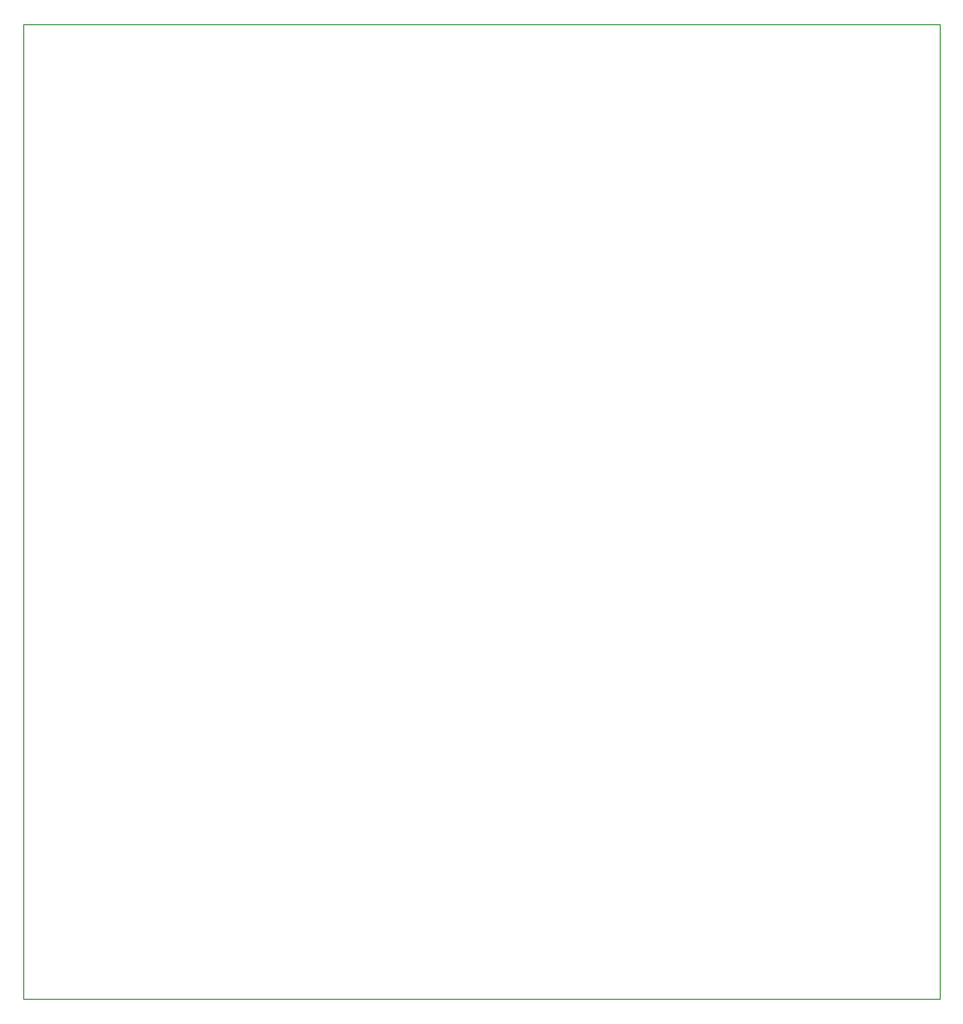
<source format=gbr>
%TF.GenerationSoftware,KiCad,Pcbnew,7.0.9-7.0.9~ubuntu22.04.1*%
%TF.CreationDate,2023-12-11T07:49:41+01:00*%
%TF.ProjectId,RobotMotorController,526f626f-744d-46f7-946f-72436f6e7472,rev?*%
%TF.SameCoordinates,Original*%
%TF.FileFunction,Profile,NP*%
%FSLAX46Y46*%
G04 Gerber Fmt 4.6, Leading zero omitted, Abs format (unit mm)*
G04 Created by KiCad (PCBNEW 7.0.9-7.0.9~ubuntu22.04.1) date 2023-12-11 07:49:41*
%MOMM*%
%LPD*%
G01*
G04 APERTURE LIST*
%TA.AperFunction,Profile*%
%ADD10C,0.100000*%
%TD*%
G04 APERTURE END LIST*
D10*
X-40000000Y80000000D02*
X40000000Y80000000D01*
X40000000Y-5000000D01*
X-40000000Y-5000000D01*
X-40000000Y80000000D01*
M02*

</source>
